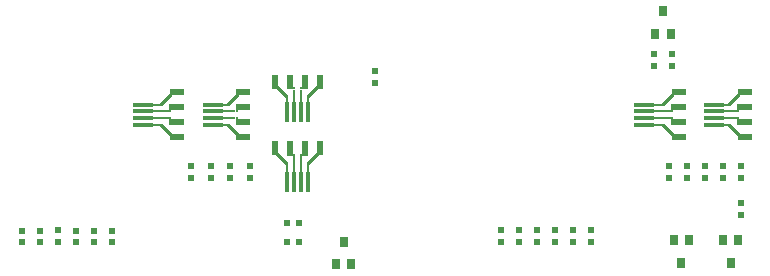
<source format=gbp>
G04 Layer_Color=128*
%FSLAX25Y25*%
%MOIN*%
G70*
G01*
G75*
%ADD18R,0.02362X0.01969*%
%ADD19R,0.02756X0.03543*%
%ADD20R,0.01969X0.02362*%
%ADD21R,0.04724X0.02284*%
%ADD22R,0.07008X0.01654*%
%ADD23R,0.05000X0.01000*%
%ADD24R,0.01000X0.03000*%
G04:AMPARAMS|DCode=25|XSize=50mil|YSize=10mil|CornerRadius=0mil|HoleSize=0mil|Usage=FLASHONLY|Rotation=315.000|XOffset=0mil|YOffset=0mil|HoleType=Round|Shape=Rectangle|*
%AMROTATEDRECTD25*
4,1,4,-0.02121,0.01414,-0.01414,0.02121,0.02121,-0.01414,0.01414,-0.02121,-0.02121,0.01414,0.0*
%
%ADD25ROTATEDRECTD25*%

%ADD26R,0.04500X0.01000*%
G04:AMPARAMS|DCode=27|XSize=50mil|YSize=10mil|CornerRadius=0mil|HoleSize=0mil|Usage=FLASHONLY|Rotation=45.000|XOffset=0mil|YOffset=0mil|HoleType=Round|Shape=Rectangle|*
%AMROTATEDRECTD27*
4,1,4,-0.01414,-0.02121,-0.02121,-0.01414,0.01414,0.02121,0.02121,0.01414,-0.01414,-0.02121,0.0*
%
%ADD27ROTATEDRECTD27*%

%ADD28R,0.06000X0.01000*%
%ADD29R,0.02284X0.04724*%
%ADD30R,0.01654X0.07008*%
%ADD31R,0.01000X0.05000*%
%ADD32R,0.03000X0.01000*%
%ADD33R,0.01000X0.04500*%
%ADD34R,0.01000X0.06000*%
D18*
X192000Y64740D02*
D03*
Y68677D02*
D03*
X314000Y37177D02*
D03*
Y33240D02*
D03*
X302000Y37177D02*
D03*
Y33240D02*
D03*
X290000Y37177D02*
D03*
Y33240D02*
D03*
X314000Y24677D02*
D03*
Y20740D02*
D03*
X284941Y74417D02*
D03*
Y70480D02*
D03*
X290941Y74417D02*
D03*
Y70480D02*
D03*
X308000Y33240D02*
D03*
Y37177D02*
D03*
X296000Y33240D02*
D03*
Y37177D02*
D03*
X252053Y11803D02*
D03*
Y15740D02*
D03*
X258053D02*
D03*
Y11803D02*
D03*
X264053Y15740D02*
D03*
Y11803D02*
D03*
X234053D02*
D03*
Y15740D02*
D03*
X240053Y11803D02*
D03*
Y15740D02*
D03*
X246053Y11803D02*
D03*
Y15740D02*
D03*
X137168Y33240D02*
D03*
Y37177D02*
D03*
X143668Y33240D02*
D03*
Y37177D02*
D03*
X130668D02*
D03*
Y33240D02*
D03*
X150168Y37177D02*
D03*
Y33240D02*
D03*
X80218Y11709D02*
D03*
Y15646D02*
D03*
X74218Y11709D02*
D03*
Y15646D02*
D03*
X104218D02*
D03*
Y11709D02*
D03*
X98218Y15646D02*
D03*
Y11709D02*
D03*
X92218D02*
D03*
Y15646D02*
D03*
X86168Y11772D02*
D03*
Y15709D02*
D03*
D19*
X287941Y88689D02*
D03*
X285382Y81209D02*
D03*
X290500D02*
D03*
X294000Y4969D02*
D03*
X296559Y12449D02*
D03*
X291441D02*
D03*
X310500Y4969D02*
D03*
X313059Y12449D02*
D03*
X307941D02*
D03*
X181500Y11949D02*
D03*
X178941Y4468D02*
D03*
X184059D02*
D03*
D20*
X162531Y11709D02*
D03*
X166469D02*
D03*
X162531Y18209D02*
D03*
X166469D02*
D03*
D21*
X293176Y61709D02*
D03*
X315224D02*
D03*
X293176Y56709D02*
D03*
X315224D02*
D03*
X293176Y51709D02*
D03*
X315224D02*
D03*
X293176Y46709D02*
D03*
X315224D02*
D03*
X125976Y61709D02*
D03*
X148024D02*
D03*
X125976Y56709D02*
D03*
X148024D02*
D03*
X125976Y51709D02*
D03*
X148024D02*
D03*
X125976Y46709D02*
D03*
X148024D02*
D03*
D22*
X305066Y50759D02*
D03*
Y53059D02*
D03*
Y55359D02*
D03*
Y57659D02*
D03*
X281680D02*
D03*
Y55359D02*
D03*
Y53059D02*
D03*
Y50759D02*
D03*
X137866Y50759D02*
D03*
Y53059D02*
D03*
Y55359D02*
D03*
Y57659D02*
D03*
X114480D02*
D03*
Y55359D02*
D03*
Y53059D02*
D03*
Y50759D02*
D03*
D23*
X310200Y53059D02*
D03*
Y55359D02*
D03*
X143000Y53059D02*
D03*
Y55359D02*
D03*
D24*
X313058Y52043D02*
D03*
Y56374D02*
D03*
X290834D02*
D03*
Y52043D02*
D03*
X145858Y52043D02*
D03*
Y56374D02*
D03*
X123634D02*
D03*
Y52043D02*
D03*
D25*
X311680Y49091D02*
D03*
X289456D02*
D03*
X160882Y61689D02*
D03*
Y39465D02*
D03*
X144480Y49091D02*
D03*
X122256D02*
D03*
D26*
X308200Y50759D02*
D03*
Y57659D02*
D03*
X285976D02*
D03*
Y50759D02*
D03*
X141000Y50759D02*
D03*
Y57659D02*
D03*
X118776D02*
D03*
Y50759D02*
D03*
D27*
X311680Y59327D02*
D03*
X289456D02*
D03*
X171118Y61689D02*
D03*
Y39465D02*
D03*
X144480Y59327D02*
D03*
X122256D02*
D03*
D28*
X287976Y55359D02*
D03*
Y53059D02*
D03*
X120776Y55359D02*
D03*
Y53059D02*
D03*
D29*
X158500Y43185D02*
D03*
Y65232D02*
D03*
X163500Y43185D02*
D03*
Y65232D02*
D03*
X168500Y43185D02*
D03*
Y65232D02*
D03*
X173500Y43185D02*
D03*
Y65232D02*
D03*
D30*
X169450Y55075D02*
D03*
X167150D02*
D03*
X164850D02*
D03*
X162550D02*
D03*
Y31689D02*
D03*
X164850D02*
D03*
X167150D02*
D03*
X169450D02*
D03*
D31*
X167150Y60209D02*
D03*
X164850D02*
D03*
D32*
X168165Y63067D02*
D03*
X163835D02*
D03*
Y40843D02*
D03*
X168165D02*
D03*
D33*
X169450Y58209D02*
D03*
X162550D02*
D03*
Y35984D02*
D03*
X169450D02*
D03*
D34*
X164850Y37984D02*
D03*
X167150D02*
D03*
M02*

</source>
